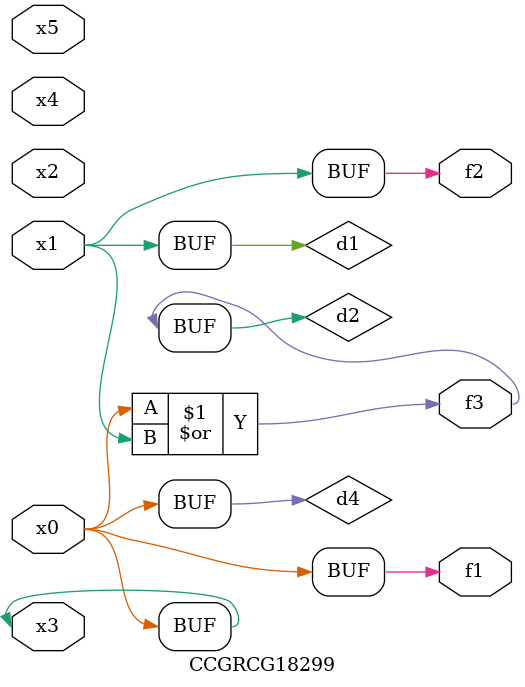
<source format=v>
module CCGRCG18299(
	input x0, x1, x2, x3, x4, x5,
	output f1, f2, f3
);

	wire d1, d2, d3, d4;

	and (d1, x1);
	or (d2, x0, x1);
	nand (d3, x0, x5);
	buf (d4, x0, x3);
	assign f1 = d4;
	assign f2 = d1;
	assign f3 = d2;
endmodule

</source>
